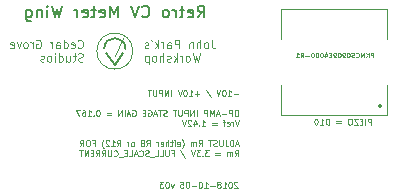
<source format=gbr>
G04 #@! TF.GenerationSoftware,KiCad,Pcbnew,(5.0.0-rc2-dev-444-g2974a2c10)*
G04 #@! TF.CreationDate,2018-10-05T22:12:32-07:00*
G04 #@! TF.ProjectId,retro meter v03,726574726F206D65746572207630332E,v03*
G04 #@! TF.SameCoordinates,Original*
G04 #@! TF.FileFunction,Legend,Bot*
G04 #@! TF.FilePolarity,Positive*
%FSLAX46Y46*%
G04 Gerber Fmt 4.6, Leading zero omitted, Abs format (unit mm)*
G04 Created by KiCad (PCBNEW (5.0.0-rc2-dev-444-g2974a2c10)) date 10/05/18 22:12:32*
%MOMM*%
%LPD*%
G01*
G04 APERTURE LIST*
%ADD10C,0.100000*%
%ADD11C,0.150000*%
%ADD12C,0.203200*%
%ADD13C,0.080000*%
G04 APERTURE END LIST*
D10*
X140873657Y-107210990D02*
X140873657Y-106710990D01*
X140683180Y-106710990D01*
X140635561Y-106734800D01*
X140611752Y-106758609D01*
X140587942Y-106806228D01*
X140587942Y-106877657D01*
X140611752Y-106925276D01*
X140635561Y-106949085D01*
X140683180Y-106972895D01*
X140873657Y-106972895D01*
X140373657Y-107210990D02*
X140373657Y-106710990D01*
X140135561Y-106949085D02*
X139968895Y-106949085D01*
X139897466Y-107210990D02*
X140135561Y-107210990D01*
X140135561Y-106710990D01*
X139897466Y-106710990D01*
X139730800Y-106710990D02*
X139397466Y-106710990D01*
X139730800Y-107210990D01*
X139397466Y-107210990D01*
X139111752Y-106710990D02*
X139016514Y-106710990D01*
X138968895Y-106734800D01*
X138921276Y-106782419D01*
X138897466Y-106877657D01*
X138897466Y-107044323D01*
X138921276Y-107139561D01*
X138968895Y-107187180D01*
X139016514Y-107210990D01*
X139111752Y-107210990D01*
X139159371Y-107187180D01*
X139206990Y-107139561D01*
X139230800Y-107044323D01*
X139230800Y-106877657D01*
X139206990Y-106782419D01*
X139159371Y-106734800D01*
X139111752Y-106710990D01*
X138302228Y-106949085D02*
X137921276Y-106949085D01*
X137921276Y-107091942D02*
X138302228Y-107091942D01*
X137302228Y-107210990D02*
X137302228Y-106710990D01*
X137183180Y-106710990D01*
X137111752Y-106734800D01*
X137064133Y-106782419D01*
X137040323Y-106830038D01*
X137016514Y-106925276D01*
X137016514Y-106996704D01*
X137040323Y-107091942D01*
X137064133Y-107139561D01*
X137111752Y-107187180D01*
X137183180Y-107210990D01*
X137302228Y-107210990D01*
X136540323Y-107210990D02*
X136826038Y-107210990D01*
X136683180Y-107210990D02*
X136683180Y-106710990D01*
X136730800Y-106782419D01*
X136778419Y-106830038D01*
X136826038Y-106853847D01*
X136230800Y-106710990D02*
X136183180Y-106710990D01*
X136135561Y-106734800D01*
X136111752Y-106758609D01*
X136087942Y-106806228D01*
X136064133Y-106901466D01*
X136064133Y-107020514D01*
X136087942Y-107115752D01*
X136111752Y-107163371D01*
X136135561Y-107187180D01*
X136183180Y-107210990D01*
X136230800Y-107210990D01*
X136278419Y-107187180D01*
X136302228Y-107163371D01*
X136326038Y-107115752D01*
X136349847Y-107020514D01*
X136349847Y-106901466D01*
X136326038Y-106806228D01*
X136302228Y-106758609D01*
X136278419Y-106734800D01*
X136230800Y-106710990D01*
D11*
X126178390Y-98140780D02*
X126511723Y-97664590D01*
X126749819Y-98140780D02*
X126749819Y-97140780D01*
X126368866Y-97140780D01*
X126273628Y-97188400D01*
X126226009Y-97236019D01*
X126178390Y-97331257D01*
X126178390Y-97474114D01*
X126226009Y-97569352D01*
X126273628Y-97616971D01*
X126368866Y-97664590D01*
X126749819Y-97664590D01*
X125368866Y-98093161D02*
X125464104Y-98140780D01*
X125654580Y-98140780D01*
X125749819Y-98093161D01*
X125797438Y-97997923D01*
X125797438Y-97616971D01*
X125749819Y-97521733D01*
X125654580Y-97474114D01*
X125464104Y-97474114D01*
X125368866Y-97521733D01*
X125321247Y-97616971D01*
X125321247Y-97712209D01*
X125797438Y-97807447D01*
X125035533Y-97474114D02*
X124654580Y-97474114D01*
X124892676Y-97140780D02*
X124892676Y-97997923D01*
X124845057Y-98093161D01*
X124749819Y-98140780D01*
X124654580Y-98140780D01*
X124321247Y-98140780D02*
X124321247Y-97474114D01*
X124321247Y-97664590D02*
X124273628Y-97569352D01*
X124226009Y-97521733D01*
X124130771Y-97474114D01*
X124035533Y-97474114D01*
X123559342Y-98140780D02*
X123654580Y-98093161D01*
X123702200Y-98045542D01*
X123749819Y-97950304D01*
X123749819Y-97664590D01*
X123702200Y-97569352D01*
X123654580Y-97521733D01*
X123559342Y-97474114D01*
X123416485Y-97474114D01*
X123321247Y-97521733D01*
X123273628Y-97569352D01*
X123226009Y-97664590D01*
X123226009Y-97950304D01*
X123273628Y-98045542D01*
X123321247Y-98093161D01*
X123416485Y-98140780D01*
X123559342Y-98140780D01*
X121464104Y-98045542D02*
X121511723Y-98093161D01*
X121654580Y-98140780D01*
X121749819Y-98140780D01*
X121892676Y-98093161D01*
X121987914Y-97997923D01*
X122035533Y-97902685D01*
X122083152Y-97712209D01*
X122083152Y-97569352D01*
X122035533Y-97378876D01*
X121987914Y-97283638D01*
X121892676Y-97188400D01*
X121749819Y-97140780D01*
X121654580Y-97140780D01*
X121511723Y-97188400D01*
X121464104Y-97236019D01*
X121178390Y-97140780D02*
X120845057Y-98140780D01*
X120511723Y-97140780D01*
X119416485Y-98140780D02*
X119416485Y-97140780D01*
X119083152Y-97855066D01*
X118749819Y-97140780D01*
X118749819Y-98140780D01*
X117892676Y-98093161D02*
X117987914Y-98140780D01*
X118178390Y-98140780D01*
X118273628Y-98093161D01*
X118321247Y-97997923D01*
X118321247Y-97616971D01*
X118273628Y-97521733D01*
X118178390Y-97474114D01*
X117987914Y-97474114D01*
X117892676Y-97521733D01*
X117845057Y-97616971D01*
X117845057Y-97712209D01*
X118321247Y-97807447D01*
X117559342Y-97474114D02*
X117178390Y-97474114D01*
X117416485Y-97140780D02*
X117416485Y-97997923D01*
X117368866Y-98093161D01*
X117273628Y-98140780D01*
X117178390Y-98140780D01*
X116464104Y-98093161D02*
X116559342Y-98140780D01*
X116749819Y-98140780D01*
X116845057Y-98093161D01*
X116892676Y-97997923D01*
X116892676Y-97616971D01*
X116845057Y-97521733D01*
X116749819Y-97474114D01*
X116559342Y-97474114D01*
X116464104Y-97521733D01*
X116416485Y-97616971D01*
X116416485Y-97712209D01*
X116892676Y-97807447D01*
X115987914Y-98140780D02*
X115987914Y-97474114D01*
X115987914Y-97664590D02*
X115940295Y-97569352D01*
X115892676Y-97521733D01*
X115797438Y-97474114D01*
X115702200Y-97474114D01*
X114702200Y-97140780D02*
X114464104Y-98140780D01*
X114273628Y-97426495D01*
X114083152Y-98140780D01*
X113845057Y-97140780D01*
X113464104Y-98140780D02*
X113464104Y-97474114D01*
X113464104Y-97140780D02*
X113511723Y-97188400D01*
X113464104Y-97236019D01*
X113416485Y-97188400D01*
X113464104Y-97140780D01*
X113464104Y-97236019D01*
X112987914Y-97474114D02*
X112987914Y-98140780D01*
X112987914Y-97569352D02*
X112940295Y-97521733D01*
X112845057Y-97474114D01*
X112702200Y-97474114D01*
X112606961Y-97521733D01*
X112559342Y-97616971D01*
X112559342Y-98140780D01*
X111654580Y-97474114D02*
X111654580Y-98283638D01*
X111702200Y-98378876D01*
X111749819Y-98426495D01*
X111845057Y-98474114D01*
X111987914Y-98474114D01*
X112083152Y-98426495D01*
X111654580Y-98093161D02*
X111749819Y-98140780D01*
X111940295Y-98140780D01*
X112035533Y-98093161D01*
X112083152Y-98045542D01*
X112130771Y-97950304D01*
X112130771Y-97664590D01*
X112083152Y-97569352D01*
X112035533Y-97521733D01*
X111940295Y-97474114D01*
X111749819Y-97474114D01*
X111654580Y-97521733D01*
D10*
X116030533Y-100665400D02*
X116063866Y-100698733D01*
X116163866Y-100732066D01*
X116230533Y-100732066D01*
X116330533Y-100698733D01*
X116397200Y-100632066D01*
X116430533Y-100565400D01*
X116463866Y-100432066D01*
X116463866Y-100332066D01*
X116430533Y-100198733D01*
X116397200Y-100132066D01*
X116330533Y-100065400D01*
X116230533Y-100032066D01*
X116163866Y-100032066D01*
X116063866Y-100065400D01*
X116030533Y-100098733D01*
X115463866Y-100698733D02*
X115530533Y-100732066D01*
X115663866Y-100732066D01*
X115730533Y-100698733D01*
X115763866Y-100632066D01*
X115763866Y-100365400D01*
X115730533Y-100298733D01*
X115663866Y-100265400D01*
X115530533Y-100265400D01*
X115463866Y-100298733D01*
X115430533Y-100365400D01*
X115430533Y-100432066D01*
X115763866Y-100498733D01*
X114830533Y-100732066D02*
X114830533Y-100032066D01*
X114830533Y-100698733D02*
X114897200Y-100732066D01*
X115030533Y-100732066D01*
X115097200Y-100698733D01*
X115130533Y-100665400D01*
X115163866Y-100598733D01*
X115163866Y-100398733D01*
X115130533Y-100332066D01*
X115097200Y-100298733D01*
X115030533Y-100265400D01*
X114897200Y-100265400D01*
X114830533Y-100298733D01*
X114197200Y-100732066D02*
X114197200Y-100365400D01*
X114230533Y-100298733D01*
X114297200Y-100265400D01*
X114430533Y-100265400D01*
X114497200Y-100298733D01*
X114197200Y-100698733D02*
X114263866Y-100732066D01*
X114430533Y-100732066D01*
X114497200Y-100698733D01*
X114530533Y-100632066D01*
X114530533Y-100565400D01*
X114497200Y-100498733D01*
X114430533Y-100465400D01*
X114263866Y-100465400D01*
X114197200Y-100432066D01*
X113863866Y-100732066D02*
X113863866Y-100265400D01*
X113863866Y-100398733D02*
X113830533Y-100332066D01*
X113797200Y-100298733D01*
X113730533Y-100265400D01*
X113663866Y-100265400D01*
X112530533Y-100065400D02*
X112597200Y-100032066D01*
X112697200Y-100032066D01*
X112797200Y-100065400D01*
X112863866Y-100132066D01*
X112897200Y-100198733D01*
X112930533Y-100332066D01*
X112930533Y-100432066D01*
X112897200Y-100565400D01*
X112863866Y-100632066D01*
X112797200Y-100698733D01*
X112697200Y-100732066D01*
X112630533Y-100732066D01*
X112530533Y-100698733D01*
X112497200Y-100665400D01*
X112497200Y-100432066D01*
X112630533Y-100432066D01*
X112197200Y-100732066D02*
X112197200Y-100265400D01*
X112197200Y-100398733D02*
X112163866Y-100332066D01*
X112130533Y-100298733D01*
X112063866Y-100265400D01*
X111997200Y-100265400D01*
X111663866Y-100732066D02*
X111730533Y-100698733D01*
X111763866Y-100665400D01*
X111797200Y-100598733D01*
X111797200Y-100398733D01*
X111763866Y-100332066D01*
X111730533Y-100298733D01*
X111663866Y-100265400D01*
X111563866Y-100265400D01*
X111497200Y-100298733D01*
X111463866Y-100332066D01*
X111430533Y-100398733D01*
X111430533Y-100598733D01*
X111463866Y-100665400D01*
X111497200Y-100698733D01*
X111563866Y-100732066D01*
X111663866Y-100732066D01*
X111197200Y-100265400D02*
X111030533Y-100732066D01*
X110863866Y-100265400D01*
X110330533Y-100698733D02*
X110397200Y-100732066D01*
X110530533Y-100732066D01*
X110597200Y-100698733D01*
X110630533Y-100632066D01*
X110630533Y-100365400D01*
X110597200Y-100298733D01*
X110530533Y-100265400D01*
X110397200Y-100265400D01*
X110330533Y-100298733D01*
X110297200Y-100365400D01*
X110297200Y-100432066D01*
X110630533Y-100498733D01*
X116463866Y-101848733D02*
X116363866Y-101882066D01*
X116197200Y-101882066D01*
X116130533Y-101848733D01*
X116097200Y-101815400D01*
X116063866Y-101748733D01*
X116063866Y-101682066D01*
X116097200Y-101615400D01*
X116130533Y-101582066D01*
X116197200Y-101548733D01*
X116330533Y-101515400D01*
X116397200Y-101482066D01*
X116430533Y-101448733D01*
X116463866Y-101382066D01*
X116463866Y-101315400D01*
X116430533Y-101248733D01*
X116397200Y-101215400D01*
X116330533Y-101182066D01*
X116163866Y-101182066D01*
X116063866Y-101215400D01*
X115863866Y-101415400D02*
X115597200Y-101415400D01*
X115763866Y-101182066D02*
X115763866Y-101782066D01*
X115730533Y-101848733D01*
X115663866Y-101882066D01*
X115597200Y-101882066D01*
X115063866Y-101415400D02*
X115063866Y-101882066D01*
X115363866Y-101415400D02*
X115363866Y-101782066D01*
X115330533Y-101848733D01*
X115263866Y-101882066D01*
X115163866Y-101882066D01*
X115097200Y-101848733D01*
X115063866Y-101815400D01*
X114430533Y-101882066D02*
X114430533Y-101182066D01*
X114430533Y-101848733D02*
X114497200Y-101882066D01*
X114630533Y-101882066D01*
X114697200Y-101848733D01*
X114730533Y-101815400D01*
X114763866Y-101748733D01*
X114763866Y-101548733D01*
X114730533Y-101482066D01*
X114697200Y-101448733D01*
X114630533Y-101415400D01*
X114497200Y-101415400D01*
X114430533Y-101448733D01*
X114097200Y-101882066D02*
X114097200Y-101415400D01*
X114097200Y-101182066D02*
X114130533Y-101215400D01*
X114097200Y-101248733D01*
X114063866Y-101215400D01*
X114097200Y-101182066D01*
X114097200Y-101248733D01*
X113663866Y-101882066D02*
X113730533Y-101848733D01*
X113763866Y-101815400D01*
X113797200Y-101748733D01*
X113797200Y-101548733D01*
X113763866Y-101482066D01*
X113730533Y-101448733D01*
X113663866Y-101415400D01*
X113563866Y-101415400D01*
X113497200Y-101448733D01*
X113463866Y-101482066D01*
X113430533Y-101548733D01*
X113430533Y-101748733D01*
X113463866Y-101815400D01*
X113497200Y-101848733D01*
X113563866Y-101882066D01*
X113663866Y-101882066D01*
X113163866Y-101848733D02*
X113097200Y-101882066D01*
X112963866Y-101882066D01*
X112897200Y-101848733D01*
X112863866Y-101782066D01*
X112863866Y-101748733D01*
X112897200Y-101682066D01*
X112963866Y-101648733D01*
X113063866Y-101648733D01*
X113130533Y-101615400D01*
X113163866Y-101548733D01*
X113163866Y-101515400D01*
X113130533Y-101448733D01*
X113063866Y-101415400D01*
X112963866Y-101415400D01*
X112897200Y-101448733D01*
X127386533Y-100032066D02*
X127386533Y-100532066D01*
X127419866Y-100632066D01*
X127486533Y-100698733D01*
X127586533Y-100732066D01*
X127653200Y-100732066D01*
X126953200Y-100732066D02*
X127019866Y-100698733D01*
X127053200Y-100665400D01*
X127086533Y-100598733D01*
X127086533Y-100398733D01*
X127053200Y-100332066D01*
X127019866Y-100298733D01*
X126953200Y-100265400D01*
X126853200Y-100265400D01*
X126786533Y-100298733D01*
X126753200Y-100332066D01*
X126719866Y-100398733D01*
X126719866Y-100598733D01*
X126753200Y-100665400D01*
X126786533Y-100698733D01*
X126853200Y-100732066D01*
X126953200Y-100732066D01*
X126419866Y-100732066D02*
X126419866Y-100032066D01*
X126119866Y-100732066D02*
X126119866Y-100365400D01*
X126153200Y-100298733D01*
X126219866Y-100265400D01*
X126319866Y-100265400D01*
X126386533Y-100298733D01*
X126419866Y-100332066D01*
X125786533Y-100265400D02*
X125786533Y-100732066D01*
X125786533Y-100332066D02*
X125753200Y-100298733D01*
X125686533Y-100265400D01*
X125586533Y-100265400D01*
X125519866Y-100298733D01*
X125486533Y-100365400D01*
X125486533Y-100732066D01*
X124619866Y-100732066D02*
X124619866Y-100032066D01*
X124353200Y-100032066D01*
X124286533Y-100065400D01*
X124253200Y-100098733D01*
X124219866Y-100165400D01*
X124219866Y-100265400D01*
X124253200Y-100332066D01*
X124286533Y-100365400D01*
X124353200Y-100398733D01*
X124619866Y-100398733D01*
X123619866Y-100732066D02*
X123619866Y-100365400D01*
X123653200Y-100298733D01*
X123719866Y-100265400D01*
X123853200Y-100265400D01*
X123919866Y-100298733D01*
X123619866Y-100698733D02*
X123686533Y-100732066D01*
X123853200Y-100732066D01*
X123919866Y-100698733D01*
X123953200Y-100632066D01*
X123953200Y-100565400D01*
X123919866Y-100498733D01*
X123853200Y-100465400D01*
X123686533Y-100465400D01*
X123619866Y-100432066D01*
X123286533Y-100732066D02*
X123286533Y-100265400D01*
X123286533Y-100398733D02*
X123253200Y-100332066D01*
X123219866Y-100298733D01*
X123153200Y-100265400D01*
X123086533Y-100265400D01*
X122853200Y-100732066D02*
X122853200Y-100032066D01*
X122786533Y-100465400D02*
X122586533Y-100732066D01*
X122586533Y-100265400D02*
X122853200Y-100532066D01*
X122253200Y-100032066D02*
X122319866Y-100165400D01*
X121986533Y-100698733D02*
X121919866Y-100732066D01*
X121786533Y-100732066D01*
X121719866Y-100698733D01*
X121686533Y-100632066D01*
X121686533Y-100598733D01*
X121719866Y-100532066D01*
X121786533Y-100498733D01*
X121886533Y-100498733D01*
X121953200Y-100465400D01*
X121986533Y-100398733D01*
X121986533Y-100365400D01*
X121953200Y-100298733D01*
X121886533Y-100265400D01*
X121786533Y-100265400D01*
X121719866Y-100298733D01*
X126353200Y-101182066D02*
X126186533Y-101882066D01*
X126053200Y-101382066D01*
X125919866Y-101882066D01*
X125753200Y-101182066D01*
X125386533Y-101882066D02*
X125453200Y-101848733D01*
X125486533Y-101815400D01*
X125519866Y-101748733D01*
X125519866Y-101548733D01*
X125486533Y-101482066D01*
X125453200Y-101448733D01*
X125386533Y-101415400D01*
X125286533Y-101415400D01*
X125219866Y-101448733D01*
X125186533Y-101482066D01*
X125153200Y-101548733D01*
X125153200Y-101748733D01*
X125186533Y-101815400D01*
X125219866Y-101848733D01*
X125286533Y-101882066D01*
X125386533Y-101882066D01*
X124853200Y-101882066D02*
X124853200Y-101415400D01*
X124853200Y-101548733D02*
X124819866Y-101482066D01*
X124786533Y-101448733D01*
X124719866Y-101415400D01*
X124653200Y-101415400D01*
X124419866Y-101882066D02*
X124419866Y-101182066D01*
X124353200Y-101615400D02*
X124153200Y-101882066D01*
X124153200Y-101415400D02*
X124419866Y-101682066D01*
X123886533Y-101848733D02*
X123819866Y-101882066D01*
X123686533Y-101882066D01*
X123619866Y-101848733D01*
X123586533Y-101782066D01*
X123586533Y-101748733D01*
X123619866Y-101682066D01*
X123686533Y-101648733D01*
X123786533Y-101648733D01*
X123853200Y-101615400D01*
X123886533Y-101548733D01*
X123886533Y-101515400D01*
X123853200Y-101448733D01*
X123786533Y-101415400D01*
X123686533Y-101415400D01*
X123619866Y-101448733D01*
X123286533Y-101882066D02*
X123286533Y-101182066D01*
X122986533Y-101882066D02*
X122986533Y-101515400D01*
X123019866Y-101448733D01*
X123086533Y-101415400D01*
X123186533Y-101415400D01*
X123253200Y-101448733D01*
X123286533Y-101482066D01*
X122553200Y-101882066D02*
X122619866Y-101848733D01*
X122653200Y-101815400D01*
X122686533Y-101748733D01*
X122686533Y-101548733D01*
X122653200Y-101482066D01*
X122619866Y-101448733D01*
X122553200Y-101415400D01*
X122453200Y-101415400D01*
X122386533Y-101448733D01*
X122353200Y-101482066D01*
X122319866Y-101548733D01*
X122319866Y-101748733D01*
X122353200Y-101815400D01*
X122386533Y-101848733D01*
X122453200Y-101882066D01*
X122553200Y-101882066D01*
X122019866Y-101415400D02*
X122019866Y-102115400D01*
X122019866Y-101448733D02*
X121953200Y-101415400D01*
X121819866Y-101415400D01*
X121753200Y-101448733D01*
X121719866Y-101482066D01*
X121686533Y-101548733D01*
X121686533Y-101748733D01*
X121719866Y-101815400D01*
X121753200Y-101848733D01*
X121819866Y-101882066D01*
X121953200Y-101882066D01*
X122019866Y-101848733D01*
X129549114Y-112118009D02*
X129525304Y-112094200D01*
X129477685Y-112070390D01*
X129358638Y-112070390D01*
X129311019Y-112094200D01*
X129287209Y-112118009D01*
X129263400Y-112165628D01*
X129263400Y-112213247D01*
X129287209Y-112284676D01*
X129572923Y-112570390D01*
X129263400Y-112570390D01*
X128953876Y-112070390D02*
X128906257Y-112070390D01*
X128858638Y-112094200D01*
X128834828Y-112118009D01*
X128811019Y-112165628D01*
X128787209Y-112260866D01*
X128787209Y-112379914D01*
X128811019Y-112475152D01*
X128834828Y-112522771D01*
X128858638Y-112546580D01*
X128906257Y-112570390D01*
X128953876Y-112570390D01*
X129001495Y-112546580D01*
X129025304Y-112522771D01*
X129049114Y-112475152D01*
X129072923Y-112379914D01*
X129072923Y-112260866D01*
X129049114Y-112165628D01*
X129025304Y-112118009D01*
X129001495Y-112094200D01*
X128953876Y-112070390D01*
X128311019Y-112570390D02*
X128596733Y-112570390D01*
X128453876Y-112570390D02*
X128453876Y-112070390D01*
X128501495Y-112141819D01*
X128549114Y-112189438D01*
X128596733Y-112213247D01*
X128025304Y-112284676D02*
X128072923Y-112260866D01*
X128096733Y-112237057D01*
X128120542Y-112189438D01*
X128120542Y-112165628D01*
X128096733Y-112118009D01*
X128072923Y-112094200D01*
X128025304Y-112070390D01*
X127930066Y-112070390D01*
X127882447Y-112094200D01*
X127858638Y-112118009D01*
X127834828Y-112165628D01*
X127834828Y-112189438D01*
X127858638Y-112237057D01*
X127882447Y-112260866D01*
X127930066Y-112284676D01*
X128025304Y-112284676D01*
X128072923Y-112308485D01*
X128096733Y-112332295D01*
X128120542Y-112379914D01*
X128120542Y-112475152D01*
X128096733Y-112522771D01*
X128072923Y-112546580D01*
X128025304Y-112570390D01*
X127930066Y-112570390D01*
X127882447Y-112546580D01*
X127858638Y-112522771D01*
X127834828Y-112475152D01*
X127834828Y-112379914D01*
X127858638Y-112332295D01*
X127882447Y-112308485D01*
X127930066Y-112284676D01*
X127620542Y-112379914D02*
X127239590Y-112379914D01*
X126739590Y-112570390D02*
X127025304Y-112570390D01*
X126882447Y-112570390D02*
X126882447Y-112070390D01*
X126930066Y-112141819D01*
X126977685Y-112189438D01*
X127025304Y-112213247D01*
X126430066Y-112070390D02*
X126382447Y-112070390D01*
X126334828Y-112094200D01*
X126311019Y-112118009D01*
X126287209Y-112165628D01*
X126263400Y-112260866D01*
X126263400Y-112379914D01*
X126287209Y-112475152D01*
X126311019Y-112522771D01*
X126334828Y-112546580D01*
X126382447Y-112570390D01*
X126430066Y-112570390D01*
X126477685Y-112546580D01*
X126501495Y-112522771D01*
X126525304Y-112475152D01*
X126549114Y-112379914D01*
X126549114Y-112260866D01*
X126525304Y-112165628D01*
X126501495Y-112118009D01*
X126477685Y-112094200D01*
X126430066Y-112070390D01*
X126049114Y-112379914D02*
X125668161Y-112379914D01*
X125334828Y-112070390D02*
X125287209Y-112070390D01*
X125239590Y-112094200D01*
X125215780Y-112118009D01*
X125191971Y-112165628D01*
X125168161Y-112260866D01*
X125168161Y-112379914D01*
X125191971Y-112475152D01*
X125215780Y-112522771D01*
X125239590Y-112546580D01*
X125287209Y-112570390D01*
X125334828Y-112570390D01*
X125382447Y-112546580D01*
X125406257Y-112522771D01*
X125430066Y-112475152D01*
X125453876Y-112379914D01*
X125453876Y-112260866D01*
X125430066Y-112165628D01*
X125406257Y-112118009D01*
X125382447Y-112094200D01*
X125334828Y-112070390D01*
X124715780Y-112070390D02*
X124953876Y-112070390D01*
X124977685Y-112308485D01*
X124953876Y-112284676D01*
X124906257Y-112260866D01*
X124787209Y-112260866D01*
X124739590Y-112284676D01*
X124715780Y-112308485D01*
X124691971Y-112356104D01*
X124691971Y-112475152D01*
X124715780Y-112522771D01*
X124739590Y-112546580D01*
X124787209Y-112570390D01*
X124906257Y-112570390D01*
X124953876Y-112546580D01*
X124977685Y-112522771D01*
X124144352Y-112237057D02*
X124025304Y-112570390D01*
X123906257Y-112237057D01*
X123620542Y-112070390D02*
X123572923Y-112070390D01*
X123525304Y-112094200D01*
X123501495Y-112118009D01*
X123477685Y-112165628D01*
X123453876Y-112260866D01*
X123453876Y-112379914D01*
X123477685Y-112475152D01*
X123501495Y-112522771D01*
X123525304Y-112546580D01*
X123572923Y-112570390D01*
X123620542Y-112570390D01*
X123668161Y-112546580D01*
X123691971Y-112522771D01*
X123715780Y-112475152D01*
X123739590Y-112379914D01*
X123739590Y-112260866D01*
X123715780Y-112165628D01*
X123691971Y-112118009D01*
X123668161Y-112094200D01*
X123620542Y-112070390D01*
X123287209Y-112070390D02*
X122977685Y-112070390D01*
X123144352Y-112260866D01*
X123072923Y-112260866D01*
X123025304Y-112284676D01*
X123001495Y-112308485D01*
X122977685Y-112356104D01*
X122977685Y-112475152D01*
X123001495Y-112522771D01*
X123025304Y-112546580D01*
X123072923Y-112570390D01*
X123215780Y-112570390D01*
X123263400Y-112546580D01*
X123287209Y-112522771D01*
X129609952Y-104597514D02*
X129229000Y-104597514D01*
X128729000Y-104787990D02*
X129014714Y-104787990D01*
X128871857Y-104787990D02*
X128871857Y-104287990D01*
X128919476Y-104359419D01*
X128967095Y-104407038D01*
X129014714Y-104430847D01*
X128419476Y-104287990D02*
X128371857Y-104287990D01*
X128324238Y-104311800D01*
X128300428Y-104335609D01*
X128276619Y-104383228D01*
X128252809Y-104478466D01*
X128252809Y-104597514D01*
X128276619Y-104692752D01*
X128300428Y-104740371D01*
X128324238Y-104764180D01*
X128371857Y-104787990D01*
X128419476Y-104787990D01*
X128467095Y-104764180D01*
X128490904Y-104740371D01*
X128514714Y-104692752D01*
X128538523Y-104597514D01*
X128538523Y-104478466D01*
X128514714Y-104383228D01*
X128490904Y-104335609D01*
X128467095Y-104311800D01*
X128419476Y-104287990D01*
X128109952Y-104287990D02*
X127943285Y-104787990D01*
X127776619Y-104287990D01*
X126871857Y-104264180D02*
X127300428Y-104907038D01*
X126324238Y-104597514D02*
X125943285Y-104597514D01*
X126133761Y-104787990D02*
X126133761Y-104407038D01*
X125443285Y-104787990D02*
X125729000Y-104787990D01*
X125586142Y-104787990D02*
X125586142Y-104287990D01*
X125633761Y-104359419D01*
X125681380Y-104407038D01*
X125729000Y-104430847D01*
X125133761Y-104287990D02*
X125086142Y-104287990D01*
X125038523Y-104311800D01*
X125014714Y-104335609D01*
X124990904Y-104383228D01*
X124967095Y-104478466D01*
X124967095Y-104597514D01*
X124990904Y-104692752D01*
X125014714Y-104740371D01*
X125038523Y-104764180D01*
X125086142Y-104787990D01*
X125133761Y-104787990D01*
X125181380Y-104764180D01*
X125205190Y-104740371D01*
X125229000Y-104692752D01*
X125252809Y-104597514D01*
X125252809Y-104478466D01*
X125229000Y-104383228D01*
X125205190Y-104335609D01*
X125181380Y-104311800D01*
X125133761Y-104287990D01*
X124824238Y-104287990D02*
X124657571Y-104787990D01*
X124490904Y-104287990D01*
X123943285Y-104787990D02*
X123943285Y-104287990D01*
X123705190Y-104787990D02*
X123705190Y-104287990D01*
X123419476Y-104787990D01*
X123419476Y-104287990D01*
X123181380Y-104787990D02*
X123181380Y-104287990D01*
X122990904Y-104287990D01*
X122943285Y-104311800D01*
X122919476Y-104335609D01*
X122895666Y-104383228D01*
X122895666Y-104454657D01*
X122919476Y-104502276D01*
X122943285Y-104526085D01*
X122990904Y-104549895D01*
X123181380Y-104549895D01*
X122681380Y-104287990D02*
X122681380Y-104692752D01*
X122657571Y-104740371D01*
X122633761Y-104764180D01*
X122586142Y-104787990D01*
X122490904Y-104787990D01*
X122443285Y-104764180D01*
X122419476Y-104740371D01*
X122395666Y-104692752D01*
X122395666Y-104287990D01*
X122229000Y-104287990D02*
X121943285Y-104287990D01*
X122086142Y-104787990D02*
X122086142Y-104287990D01*
X129514714Y-105987990D02*
X129419476Y-105987990D01*
X129371857Y-106011800D01*
X129324238Y-106059419D01*
X129300428Y-106154657D01*
X129300428Y-106321323D01*
X129324238Y-106416561D01*
X129371857Y-106464180D01*
X129419476Y-106487990D01*
X129514714Y-106487990D01*
X129562333Y-106464180D01*
X129609952Y-106416561D01*
X129633761Y-106321323D01*
X129633761Y-106154657D01*
X129609952Y-106059419D01*
X129562333Y-106011800D01*
X129514714Y-105987990D01*
X129086142Y-106487990D02*
X129086142Y-105987990D01*
X128895666Y-105987990D01*
X128848047Y-106011800D01*
X128824238Y-106035609D01*
X128800428Y-106083228D01*
X128800428Y-106154657D01*
X128824238Y-106202276D01*
X128848047Y-106226085D01*
X128895666Y-106249895D01*
X129086142Y-106249895D01*
X128586142Y-106297514D02*
X128205190Y-106297514D01*
X127990904Y-106345133D02*
X127752809Y-106345133D01*
X128038523Y-106487990D02*
X127871857Y-105987990D01*
X127705190Y-106487990D01*
X127538523Y-106487990D02*
X127538523Y-105987990D01*
X127371857Y-106345133D01*
X127205190Y-105987990D01*
X127205190Y-106487990D01*
X126967095Y-106487990D02*
X126967095Y-105987990D01*
X126776619Y-105987990D01*
X126729000Y-106011800D01*
X126705190Y-106035609D01*
X126681380Y-106083228D01*
X126681380Y-106154657D01*
X126705190Y-106202276D01*
X126729000Y-106226085D01*
X126776619Y-106249895D01*
X126967095Y-106249895D01*
X126086142Y-106487990D02*
X126086142Y-105987990D01*
X125848047Y-106487990D02*
X125848047Y-105987990D01*
X125562333Y-106487990D01*
X125562333Y-105987990D01*
X125324238Y-106487990D02*
X125324238Y-105987990D01*
X125133761Y-105987990D01*
X125086142Y-106011800D01*
X125062333Y-106035609D01*
X125038523Y-106083228D01*
X125038523Y-106154657D01*
X125062333Y-106202276D01*
X125086142Y-106226085D01*
X125133761Y-106249895D01*
X125324238Y-106249895D01*
X124824238Y-105987990D02*
X124824238Y-106392752D01*
X124800428Y-106440371D01*
X124776619Y-106464180D01*
X124729000Y-106487990D01*
X124633761Y-106487990D01*
X124586142Y-106464180D01*
X124562333Y-106440371D01*
X124538523Y-106392752D01*
X124538523Y-105987990D01*
X124371857Y-105987990D02*
X124086142Y-105987990D01*
X124229000Y-106487990D02*
X124229000Y-105987990D01*
X123562333Y-106464180D02*
X123490904Y-106487990D01*
X123371857Y-106487990D01*
X123324238Y-106464180D01*
X123300428Y-106440371D01*
X123276619Y-106392752D01*
X123276619Y-106345133D01*
X123300428Y-106297514D01*
X123324238Y-106273704D01*
X123371857Y-106249895D01*
X123467095Y-106226085D01*
X123514714Y-106202276D01*
X123538523Y-106178466D01*
X123562333Y-106130847D01*
X123562333Y-106083228D01*
X123538523Y-106035609D01*
X123514714Y-106011800D01*
X123467095Y-105987990D01*
X123348047Y-105987990D01*
X123276619Y-106011800D01*
X123133761Y-105987990D02*
X122848047Y-105987990D01*
X122990904Y-106487990D02*
X122990904Y-105987990D01*
X122705190Y-106345133D02*
X122467095Y-106345133D01*
X122752809Y-106487990D02*
X122586142Y-105987990D01*
X122419476Y-106487990D01*
X121990904Y-106011800D02*
X122038523Y-105987990D01*
X122109952Y-105987990D01*
X122181380Y-106011800D01*
X122229000Y-106059419D01*
X122252809Y-106107038D01*
X122276619Y-106202276D01*
X122276619Y-106273704D01*
X122252809Y-106368942D01*
X122229000Y-106416561D01*
X122181380Y-106464180D01*
X122109952Y-106487990D01*
X122062333Y-106487990D01*
X121990904Y-106464180D01*
X121967095Y-106440371D01*
X121967095Y-106273704D01*
X122062333Y-106273704D01*
X121752809Y-106226085D02*
X121586142Y-106226085D01*
X121514714Y-106487990D02*
X121752809Y-106487990D01*
X121752809Y-105987990D01*
X121514714Y-105987990D01*
X120657571Y-106011800D02*
X120705190Y-105987990D01*
X120776619Y-105987990D01*
X120848047Y-106011800D01*
X120895666Y-106059419D01*
X120919476Y-106107038D01*
X120943285Y-106202276D01*
X120943285Y-106273704D01*
X120919476Y-106368942D01*
X120895666Y-106416561D01*
X120848047Y-106464180D01*
X120776619Y-106487990D01*
X120729000Y-106487990D01*
X120657571Y-106464180D01*
X120633761Y-106440371D01*
X120633761Y-106273704D01*
X120729000Y-106273704D01*
X120443285Y-106345133D02*
X120205190Y-106345133D01*
X120490904Y-106487990D02*
X120324238Y-105987990D01*
X120157571Y-106487990D01*
X119990904Y-106487990D02*
X119990904Y-105987990D01*
X119752809Y-106487990D02*
X119752809Y-105987990D01*
X119467095Y-106487990D01*
X119467095Y-105987990D01*
X118848047Y-106226085D02*
X118467095Y-106226085D01*
X118467095Y-106368942D02*
X118848047Y-106368942D01*
X117752809Y-105987990D02*
X117705190Y-105987990D01*
X117657571Y-106011800D01*
X117633761Y-106035609D01*
X117609952Y-106083228D01*
X117586142Y-106178466D01*
X117586142Y-106297514D01*
X117609952Y-106392752D01*
X117633761Y-106440371D01*
X117657571Y-106464180D01*
X117705190Y-106487990D01*
X117752809Y-106487990D01*
X117800428Y-106464180D01*
X117824238Y-106440371D01*
X117848047Y-106392752D01*
X117871857Y-106297514D01*
X117871857Y-106178466D01*
X117848047Y-106083228D01*
X117824238Y-106035609D01*
X117800428Y-106011800D01*
X117752809Y-105987990D01*
X117371857Y-106440371D02*
X117348047Y-106464180D01*
X117371857Y-106487990D01*
X117395666Y-106464180D01*
X117371857Y-106440371D01*
X117371857Y-106487990D01*
X116871857Y-106487990D02*
X117157571Y-106487990D01*
X117014714Y-106487990D02*
X117014714Y-105987990D01*
X117062333Y-106059419D01*
X117109952Y-106107038D01*
X117157571Y-106130847D01*
X116443285Y-105987990D02*
X116538523Y-105987990D01*
X116586142Y-106011800D01*
X116609952Y-106035609D01*
X116657571Y-106107038D01*
X116681380Y-106202276D01*
X116681380Y-106392752D01*
X116657571Y-106440371D01*
X116633761Y-106464180D01*
X116586142Y-106487990D01*
X116490904Y-106487990D01*
X116443285Y-106464180D01*
X116419476Y-106440371D01*
X116395666Y-106392752D01*
X116395666Y-106273704D01*
X116419476Y-106226085D01*
X116443285Y-106202276D01*
X116490904Y-106178466D01*
X116586142Y-106178466D01*
X116633761Y-106202276D01*
X116657571Y-106226085D01*
X116681380Y-106273704D01*
X116229000Y-105987990D02*
X115895666Y-105987990D01*
X116109952Y-106487990D01*
X129681380Y-106837990D02*
X129514714Y-107337990D01*
X129348047Y-106837990D01*
X129181380Y-107337990D02*
X129181380Y-107004657D01*
X129181380Y-107099895D02*
X129157571Y-107052276D01*
X129133761Y-107028466D01*
X129086142Y-107004657D01*
X129038523Y-107004657D01*
X128681380Y-107314180D02*
X128729000Y-107337990D01*
X128824238Y-107337990D01*
X128871857Y-107314180D01*
X128895666Y-107266561D01*
X128895666Y-107076085D01*
X128871857Y-107028466D01*
X128824238Y-107004657D01*
X128729000Y-107004657D01*
X128681380Y-107028466D01*
X128657571Y-107076085D01*
X128657571Y-107123704D01*
X128895666Y-107171323D01*
X128514714Y-107004657D02*
X128324238Y-107004657D01*
X128443285Y-107337990D02*
X128443285Y-106909419D01*
X128419476Y-106861800D01*
X128371857Y-106837990D01*
X128324238Y-106837990D01*
X127776619Y-107076085D02*
X127395666Y-107076085D01*
X127395666Y-107218942D02*
X127776619Y-107218942D01*
X126514714Y-107337990D02*
X126800428Y-107337990D01*
X126657571Y-107337990D02*
X126657571Y-106837990D01*
X126705190Y-106909419D01*
X126752809Y-106957038D01*
X126800428Y-106980847D01*
X126300428Y-107290371D02*
X126276619Y-107314180D01*
X126300428Y-107337990D01*
X126324238Y-107314180D01*
X126300428Y-107290371D01*
X126300428Y-107337990D01*
X125848047Y-107004657D02*
X125848047Y-107337990D01*
X125967095Y-106814180D02*
X126086142Y-107171323D01*
X125776619Y-107171323D01*
X125609952Y-106885609D02*
X125586142Y-106861800D01*
X125538523Y-106837990D01*
X125419476Y-106837990D01*
X125371857Y-106861800D01*
X125348047Y-106885609D01*
X125324238Y-106933228D01*
X125324238Y-106980847D01*
X125348047Y-107052276D01*
X125633761Y-107337990D01*
X125324238Y-107337990D01*
X125181380Y-106837990D02*
X125014714Y-107337990D01*
X124848047Y-106837990D01*
X129633761Y-108895133D02*
X129395666Y-108895133D01*
X129681380Y-109037990D02*
X129514714Y-108537990D01*
X129348047Y-109037990D01*
X129181380Y-109037990D02*
X129181380Y-108537990D01*
X129062333Y-108537990D01*
X128990904Y-108561800D01*
X128943285Y-108609419D01*
X128919476Y-108657038D01*
X128895666Y-108752276D01*
X128895666Y-108823704D01*
X128919476Y-108918942D01*
X128943285Y-108966561D01*
X128990904Y-109014180D01*
X129062333Y-109037990D01*
X129181380Y-109037990D01*
X128538523Y-108537990D02*
X128538523Y-108895133D01*
X128562333Y-108966561D01*
X128609952Y-109014180D01*
X128681380Y-109037990D01*
X128729000Y-109037990D01*
X128300428Y-108537990D02*
X128300428Y-108942752D01*
X128276619Y-108990371D01*
X128252809Y-109014180D01*
X128205190Y-109037990D01*
X128109952Y-109037990D01*
X128062333Y-109014180D01*
X128038523Y-108990371D01*
X128014714Y-108942752D01*
X128014714Y-108537990D01*
X127800428Y-109014180D02*
X127729000Y-109037990D01*
X127609952Y-109037990D01*
X127562333Y-109014180D01*
X127538523Y-108990371D01*
X127514714Y-108942752D01*
X127514714Y-108895133D01*
X127538523Y-108847514D01*
X127562333Y-108823704D01*
X127609952Y-108799895D01*
X127705190Y-108776085D01*
X127752809Y-108752276D01*
X127776619Y-108728466D01*
X127800428Y-108680847D01*
X127800428Y-108633228D01*
X127776619Y-108585609D01*
X127752809Y-108561800D01*
X127705190Y-108537990D01*
X127586142Y-108537990D01*
X127514714Y-108561800D01*
X127371857Y-108537990D02*
X127086142Y-108537990D01*
X127229000Y-109037990D02*
X127229000Y-108537990D01*
X126252809Y-109037990D02*
X126419476Y-108799895D01*
X126538523Y-109037990D02*
X126538523Y-108537990D01*
X126348047Y-108537990D01*
X126300428Y-108561800D01*
X126276619Y-108585609D01*
X126252809Y-108633228D01*
X126252809Y-108704657D01*
X126276619Y-108752276D01*
X126300428Y-108776085D01*
X126348047Y-108799895D01*
X126538523Y-108799895D01*
X126038523Y-109037990D02*
X126038523Y-108704657D01*
X126038523Y-108752276D02*
X126014714Y-108728466D01*
X125967095Y-108704657D01*
X125895666Y-108704657D01*
X125848047Y-108728466D01*
X125824238Y-108776085D01*
X125824238Y-109037990D01*
X125824238Y-108776085D02*
X125800428Y-108728466D01*
X125752809Y-108704657D01*
X125681380Y-108704657D01*
X125633761Y-108728466D01*
X125609952Y-108776085D01*
X125609952Y-109037990D01*
X124848047Y-109228466D02*
X124871857Y-109204657D01*
X124919476Y-109133228D01*
X124943285Y-109085609D01*
X124967095Y-109014180D01*
X124990904Y-108895133D01*
X124990904Y-108799895D01*
X124967095Y-108680847D01*
X124943285Y-108609419D01*
X124919476Y-108561800D01*
X124871857Y-108490371D01*
X124848047Y-108466561D01*
X124467095Y-109014180D02*
X124514714Y-109037990D01*
X124609952Y-109037990D01*
X124657571Y-109014180D01*
X124681380Y-108966561D01*
X124681380Y-108776085D01*
X124657571Y-108728466D01*
X124609952Y-108704657D01*
X124514714Y-108704657D01*
X124467095Y-108728466D01*
X124443285Y-108776085D01*
X124443285Y-108823704D01*
X124681380Y-108871323D01*
X124229000Y-109037990D02*
X124229000Y-108704657D01*
X124229000Y-108537990D02*
X124252809Y-108561800D01*
X124229000Y-108585609D01*
X124205190Y-108561800D01*
X124229000Y-108537990D01*
X124229000Y-108585609D01*
X124062333Y-108704657D02*
X123871857Y-108704657D01*
X123990904Y-108537990D02*
X123990904Y-108966561D01*
X123967095Y-109014180D01*
X123919476Y-109037990D01*
X123871857Y-109037990D01*
X123705190Y-109037990D02*
X123705190Y-108537990D01*
X123490904Y-109037990D02*
X123490904Y-108776085D01*
X123514714Y-108728466D01*
X123562333Y-108704657D01*
X123633761Y-108704657D01*
X123681380Y-108728466D01*
X123705190Y-108752276D01*
X123062333Y-109014180D02*
X123109952Y-109037990D01*
X123205190Y-109037990D01*
X123252809Y-109014180D01*
X123276619Y-108966561D01*
X123276619Y-108776085D01*
X123252809Y-108728466D01*
X123205190Y-108704657D01*
X123109952Y-108704657D01*
X123062333Y-108728466D01*
X123038523Y-108776085D01*
X123038523Y-108823704D01*
X123276619Y-108871323D01*
X122824238Y-109037990D02*
X122824238Y-108704657D01*
X122824238Y-108799895D02*
X122800428Y-108752276D01*
X122776619Y-108728466D01*
X122729000Y-108704657D01*
X122681380Y-108704657D01*
X121848047Y-109037990D02*
X122014714Y-108799895D01*
X122133761Y-109037990D02*
X122133761Y-108537990D01*
X121943285Y-108537990D01*
X121895666Y-108561800D01*
X121871857Y-108585609D01*
X121848047Y-108633228D01*
X121848047Y-108704657D01*
X121871857Y-108752276D01*
X121895666Y-108776085D01*
X121943285Y-108799895D01*
X122133761Y-108799895D01*
X121562333Y-108752276D02*
X121609952Y-108728466D01*
X121633761Y-108704657D01*
X121657571Y-108657038D01*
X121657571Y-108633228D01*
X121633761Y-108585609D01*
X121609952Y-108561800D01*
X121562333Y-108537990D01*
X121467095Y-108537990D01*
X121419476Y-108561800D01*
X121395666Y-108585609D01*
X121371857Y-108633228D01*
X121371857Y-108657038D01*
X121395666Y-108704657D01*
X121419476Y-108728466D01*
X121467095Y-108752276D01*
X121562333Y-108752276D01*
X121609952Y-108776085D01*
X121633761Y-108799895D01*
X121657571Y-108847514D01*
X121657571Y-108942752D01*
X121633761Y-108990371D01*
X121609952Y-109014180D01*
X121562333Y-109037990D01*
X121467095Y-109037990D01*
X121419476Y-109014180D01*
X121395666Y-108990371D01*
X121371857Y-108942752D01*
X121371857Y-108847514D01*
X121395666Y-108799895D01*
X121419476Y-108776085D01*
X121467095Y-108752276D01*
X120705190Y-109037990D02*
X120752809Y-109014180D01*
X120776619Y-108990371D01*
X120800428Y-108942752D01*
X120800428Y-108799895D01*
X120776619Y-108752276D01*
X120752809Y-108728466D01*
X120705190Y-108704657D01*
X120633761Y-108704657D01*
X120586142Y-108728466D01*
X120562333Y-108752276D01*
X120538523Y-108799895D01*
X120538523Y-108942752D01*
X120562333Y-108990371D01*
X120586142Y-109014180D01*
X120633761Y-109037990D01*
X120705190Y-109037990D01*
X120324238Y-109037990D02*
X120324238Y-108704657D01*
X120324238Y-108799895D02*
X120300428Y-108752276D01*
X120276619Y-108728466D01*
X120229000Y-108704657D01*
X120181380Y-108704657D01*
X119348047Y-109037990D02*
X119514714Y-108799895D01*
X119633761Y-109037990D02*
X119633761Y-108537990D01*
X119443285Y-108537990D01*
X119395666Y-108561800D01*
X119371857Y-108585609D01*
X119348047Y-108633228D01*
X119348047Y-108704657D01*
X119371857Y-108752276D01*
X119395666Y-108776085D01*
X119443285Y-108799895D01*
X119633761Y-108799895D01*
X118871857Y-109037990D02*
X119157571Y-109037990D01*
X119014714Y-109037990D02*
X119014714Y-108537990D01*
X119062333Y-108609419D01*
X119109952Y-108657038D01*
X119157571Y-108680847D01*
X118681380Y-108585609D02*
X118657571Y-108561800D01*
X118609952Y-108537990D01*
X118490904Y-108537990D01*
X118443285Y-108561800D01*
X118419476Y-108585609D01*
X118395666Y-108633228D01*
X118395666Y-108680847D01*
X118419476Y-108752276D01*
X118705190Y-109037990D01*
X118395666Y-109037990D01*
X118229000Y-109228466D02*
X118205190Y-109204657D01*
X118157571Y-109133228D01*
X118133761Y-109085609D01*
X118109952Y-109014180D01*
X118086142Y-108895133D01*
X118086142Y-108799895D01*
X118109952Y-108680847D01*
X118133761Y-108609419D01*
X118157571Y-108561800D01*
X118205190Y-108490371D01*
X118229000Y-108466561D01*
X117300428Y-108776085D02*
X117467095Y-108776085D01*
X117467095Y-109037990D02*
X117467095Y-108537990D01*
X117229000Y-108537990D01*
X116943285Y-108537990D02*
X116848047Y-108537990D01*
X116800428Y-108561800D01*
X116752809Y-108609419D01*
X116729000Y-108704657D01*
X116729000Y-108871323D01*
X116752809Y-108966561D01*
X116800428Y-109014180D01*
X116848047Y-109037990D01*
X116943285Y-109037990D01*
X116990904Y-109014180D01*
X117038523Y-108966561D01*
X117062333Y-108871323D01*
X117062333Y-108704657D01*
X117038523Y-108609419D01*
X116990904Y-108561800D01*
X116943285Y-108537990D01*
X116229000Y-109037990D02*
X116395666Y-108799895D01*
X116514714Y-109037990D02*
X116514714Y-108537990D01*
X116324238Y-108537990D01*
X116276619Y-108561800D01*
X116252809Y-108585609D01*
X116229000Y-108633228D01*
X116229000Y-108704657D01*
X116252809Y-108752276D01*
X116276619Y-108776085D01*
X116324238Y-108799895D01*
X116514714Y-108799895D01*
X129324238Y-109887990D02*
X129490904Y-109649895D01*
X129609952Y-109887990D02*
X129609952Y-109387990D01*
X129419476Y-109387990D01*
X129371857Y-109411800D01*
X129348047Y-109435609D01*
X129324238Y-109483228D01*
X129324238Y-109554657D01*
X129348047Y-109602276D01*
X129371857Y-109626085D01*
X129419476Y-109649895D01*
X129609952Y-109649895D01*
X129109952Y-109887990D02*
X129109952Y-109554657D01*
X129109952Y-109602276D02*
X129086142Y-109578466D01*
X129038523Y-109554657D01*
X128967095Y-109554657D01*
X128919476Y-109578466D01*
X128895666Y-109626085D01*
X128895666Y-109887990D01*
X128895666Y-109626085D02*
X128871857Y-109578466D01*
X128824238Y-109554657D01*
X128752809Y-109554657D01*
X128705190Y-109578466D01*
X128681380Y-109626085D01*
X128681380Y-109887990D01*
X128062333Y-109626085D02*
X127681380Y-109626085D01*
X127681380Y-109768942D02*
X128062333Y-109768942D01*
X127109952Y-109387990D02*
X126800428Y-109387990D01*
X126967095Y-109578466D01*
X126895666Y-109578466D01*
X126848047Y-109602276D01*
X126824238Y-109626085D01*
X126800428Y-109673704D01*
X126800428Y-109792752D01*
X126824238Y-109840371D01*
X126848047Y-109864180D01*
X126895666Y-109887990D01*
X127038523Y-109887990D01*
X127086142Y-109864180D01*
X127109952Y-109840371D01*
X126586142Y-109840371D02*
X126562333Y-109864180D01*
X126586142Y-109887990D01*
X126609952Y-109864180D01*
X126586142Y-109840371D01*
X126586142Y-109887990D01*
X126395666Y-109387990D02*
X126086142Y-109387990D01*
X126252809Y-109578466D01*
X126181380Y-109578466D01*
X126133761Y-109602276D01*
X126109952Y-109626085D01*
X126086142Y-109673704D01*
X126086142Y-109792752D01*
X126109952Y-109840371D01*
X126133761Y-109864180D01*
X126181380Y-109887990D01*
X126324238Y-109887990D01*
X126371857Y-109864180D01*
X126395666Y-109840371D01*
X125943285Y-109387990D02*
X125776619Y-109887990D01*
X125609952Y-109387990D01*
X124705190Y-109364180D02*
X125133761Y-110007038D01*
X123990904Y-109626085D02*
X124157571Y-109626085D01*
X124157571Y-109887990D02*
X124157571Y-109387990D01*
X123919476Y-109387990D01*
X123729000Y-109387990D02*
X123729000Y-109792752D01*
X123705190Y-109840371D01*
X123681380Y-109864180D01*
X123633761Y-109887990D01*
X123538523Y-109887990D01*
X123490904Y-109864180D01*
X123467095Y-109840371D01*
X123443285Y-109792752D01*
X123443285Y-109387990D01*
X122967095Y-109887990D02*
X123205190Y-109887990D01*
X123205190Y-109387990D01*
X122562333Y-109887990D02*
X122800428Y-109887990D01*
X122800428Y-109387990D01*
X122514714Y-109935609D02*
X122133761Y-109935609D01*
X122038523Y-109864180D02*
X121967095Y-109887990D01*
X121848047Y-109887990D01*
X121800428Y-109864180D01*
X121776619Y-109840371D01*
X121752809Y-109792752D01*
X121752809Y-109745133D01*
X121776619Y-109697514D01*
X121800428Y-109673704D01*
X121848047Y-109649895D01*
X121943285Y-109626085D01*
X121990904Y-109602276D01*
X122014714Y-109578466D01*
X122038523Y-109530847D01*
X122038523Y-109483228D01*
X122014714Y-109435609D01*
X121990904Y-109411800D01*
X121943285Y-109387990D01*
X121824238Y-109387990D01*
X121752809Y-109411800D01*
X121252809Y-109840371D02*
X121276619Y-109864180D01*
X121348047Y-109887990D01*
X121395666Y-109887990D01*
X121467095Y-109864180D01*
X121514714Y-109816561D01*
X121538523Y-109768942D01*
X121562333Y-109673704D01*
X121562333Y-109602276D01*
X121538523Y-109507038D01*
X121514714Y-109459419D01*
X121467095Y-109411800D01*
X121395666Y-109387990D01*
X121348047Y-109387990D01*
X121276619Y-109411800D01*
X121252809Y-109435609D01*
X121062333Y-109745133D02*
X120824238Y-109745133D01*
X121109952Y-109887990D02*
X120943285Y-109387990D01*
X120776619Y-109887990D01*
X120371857Y-109887990D02*
X120609952Y-109887990D01*
X120609952Y-109387990D01*
X120205190Y-109626085D02*
X120038523Y-109626085D01*
X119967095Y-109887990D02*
X120205190Y-109887990D01*
X120205190Y-109387990D01*
X119967095Y-109387990D01*
X119871857Y-109935609D02*
X119490904Y-109935609D01*
X119086142Y-109840371D02*
X119109952Y-109864180D01*
X119181380Y-109887990D01*
X119229000Y-109887990D01*
X119300428Y-109864180D01*
X119348047Y-109816561D01*
X119371857Y-109768942D01*
X119395666Y-109673704D01*
X119395666Y-109602276D01*
X119371857Y-109507038D01*
X119348047Y-109459419D01*
X119300428Y-109411800D01*
X119229000Y-109387990D01*
X119181380Y-109387990D01*
X119109952Y-109411800D01*
X119086142Y-109435609D01*
X118871857Y-109387990D02*
X118871857Y-109792752D01*
X118848047Y-109840371D01*
X118824238Y-109864180D01*
X118776619Y-109887990D01*
X118681380Y-109887990D01*
X118633761Y-109864180D01*
X118609952Y-109840371D01*
X118586142Y-109792752D01*
X118586142Y-109387990D01*
X118062333Y-109887990D02*
X118229000Y-109649895D01*
X118348047Y-109887990D02*
X118348047Y-109387990D01*
X118157571Y-109387990D01*
X118109952Y-109411800D01*
X118086142Y-109435609D01*
X118062333Y-109483228D01*
X118062333Y-109554657D01*
X118086142Y-109602276D01*
X118109952Y-109626085D01*
X118157571Y-109649895D01*
X118348047Y-109649895D01*
X117562333Y-109887990D02*
X117729000Y-109649895D01*
X117848047Y-109887990D02*
X117848047Y-109387990D01*
X117657571Y-109387990D01*
X117609952Y-109411800D01*
X117586142Y-109435609D01*
X117562333Y-109483228D01*
X117562333Y-109554657D01*
X117586142Y-109602276D01*
X117609952Y-109626085D01*
X117657571Y-109649895D01*
X117848047Y-109649895D01*
X117348047Y-109626085D02*
X117181380Y-109626085D01*
X117109952Y-109887990D02*
X117348047Y-109887990D01*
X117348047Y-109387990D01*
X117109952Y-109387990D01*
X116895666Y-109887990D02*
X116895666Y-109387990D01*
X116609952Y-109887990D01*
X116609952Y-109387990D01*
X116443285Y-109387990D02*
X116157571Y-109387990D01*
X116300428Y-109887990D02*
X116300428Y-109387990D01*
X119162012Y-101395337D02*
X119862012Y-99895337D01*
D11*
X119162012Y-102195337D02*
X118462012Y-101195337D01*
X119862012Y-101195337D02*
X119162012Y-102195337D01*
X120062012Y-100795337D02*
G75*
G03X118262012Y-100795337I-900000J0D01*
G01*
D10*
X120688446Y-100995337D02*
G75*
G03X120688446Y-100995337I-1526434J0D01*
G01*
D12*
X141732000Y-105664000D02*
G75*
G03X141732000Y-105664000I-127000J0D01*
G01*
D10*
X133223000Y-106426000D02*
X133223000Y-103886000D01*
X133223000Y-99949000D02*
X133223000Y-97409000D01*
X142240000Y-99949000D02*
X142240000Y-97409000D01*
X142240000Y-106426000D02*
X142240000Y-103886000D01*
X133223000Y-106426000D02*
X142240000Y-106426000D01*
X133223000Y-97409000D02*
X142240000Y-97409000D01*
D13*
X141061666Y-101526952D02*
X141061666Y-101126952D01*
X140909285Y-101126952D01*
X140871190Y-101146000D01*
X140852142Y-101165047D01*
X140833095Y-101203142D01*
X140833095Y-101260285D01*
X140852142Y-101298380D01*
X140871190Y-101317428D01*
X140909285Y-101336476D01*
X141061666Y-101336476D01*
X140661666Y-101526952D02*
X140661666Y-101126952D01*
X140433095Y-101526952D02*
X140604523Y-101298380D01*
X140433095Y-101126952D02*
X140661666Y-101355523D01*
X140261666Y-101526952D02*
X140261666Y-101126952D01*
X140128333Y-101412666D01*
X139995000Y-101126952D01*
X139995000Y-101526952D01*
X139575952Y-101488857D02*
X139595000Y-101507904D01*
X139652142Y-101526952D01*
X139690238Y-101526952D01*
X139747380Y-101507904D01*
X139785476Y-101469809D01*
X139804523Y-101431714D01*
X139823571Y-101355523D01*
X139823571Y-101298380D01*
X139804523Y-101222190D01*
X139785476Y-101184095D01*
X139747380Y-101146000D01*
X139690238Y-101126952D01*
X139652142Y-101126952D01*
X139595000Y-101146000D01*
X139575952Y-101165047D01*
X139423571Y-101507904D02*
X139366428Y-101526952D01*
X139271190Y-101526952D01*
X139233095Y-101507904D01*
X139214047Y-101488857D01*
X139195000Y-101450761D01*
X139195000Y-101412666D01*
X139214047Y-101374571D01*
X139233095Y-101355523D01*
X139271190Y-101336476D01*
X139347380Y-101317428D01*
X139385476Y-101298380D01*
X139404523Y-101279333D01*
X139423571Y-101241238D01*
X139423571Y-101203142D01*
X139404523Y-101165047D01*
X139385476Y-101146000D01*
X139347380Y-101126952D01*
X139252142Y-101126952D01*
X139195000Y-101146000D01*
X138947380Y-101126952D02*
X138909285Y-101126952D01*
X138871190Y-101146000D01*
X138852142Y-101165047D01*
X138833095Y-101203142D01*
X138814047Y-101279333D01*
X138814047Y-101374571D01*
X138833095Y-101450761D01*
X138852142Y-101488857D01*
X138871190Y-101507904D01*
X138909285Y-101526952D01*
X138947380Y-101526952D01*
X138985476Y-101507904D01*
X139004523Y-101488857D01*
X139023571Y-101450761D01*
X139042619Y-101374571D01*
X139042619Y-101279333D01*
X139023571Y-101203142D01*
X139004523Y-101165047D01*
X138985476Y-101146000D01*
X138947380Y-101126952D01*
X138623571Y-101526952D02*
X138547380Y-101526952D01*
X138509285Y-101507904D01*
X138490238Y-101488857D01*
X138452142Y-101431714D01*
X138433095Y-101355523D01*
X138433095Y-101203142D01*
X138452142Y-101165047D01*
X138471190Y-101146000D01*
X138509285Y-101126952D01*
X138585476Y-101126952D01*
X138623571Y-101146000D01*
X138642619Y-101165047D01*
X138661666Y-101203142D01*
X138661666Y-101298380D01*
X138642619Y-101336476D01*
X138623571Y-101355523D01*
X138585476Y-101374571D01*
X138509285Y-101374571D01*
X138471190Y-101355523D01*
X138452142Y-101336476D01*
X138433095Y-101298380D01*
X138185476Y-101126952D02*
X138147380Y-101126952D01*
X138109285Y-101146000D01*
X138090238Y-101165047D01*
X138071190Y-101203142D01*
X138052142Y-101279333D01*
X138052142Y-101374571D01*
X138071190Y-101450761D01*
X138090238Y-101488857D01*
X138109285Y-101507904D01*
X138147380Y-101526952D01*
X138185476Y-101526952D01*
X138223571Y-101507904D01*
X138242619Y-101488857D01*
X138261666Y-101450761D01*
X138280714Y-101374571D01*
X138280714Y-101279333D01*
X138261666Y-101203142D01*
X138242619Y-101165047D01*
X138223571Y-101146000D01*
X138185476Y-101126952D01*
X137861666Y-101526952D02*
X137785476Y-101526952D01*
X137747380Y-101507904D01*
X137728333Y-101488857D01*
X137690238Y-101431714D01*
X137671190Y-101355523D01*
X137671190Y-101203142D01*
X137690238Y-101165047D01*
X137709285Y-101146000D01*
X137747380Y-101126952D01*
X137823571Y-101126952D01*
X137861666Y-101146000D01*
X137880714Y-101165047D01*
X137899761Y-101203142D01*
X137899761Y-101298380D01*
X137880714Y-101336476D01*
X137861666Y-101355523D01*
X137823571Y-101374571D01*
X137747380Y-101374571D01*
X137709285Y-101355523D01*
X137690238Y-101336476D01*
X137671190Y-101298380D01*
X137499761Y-101317428D02*
X137366428Y-101317428D01*
X137309285Y-101526952D02*
X137499761Y-101526952D01*
X137499761Y-101126952D01*
X137309285Y-101126952D01*
X136966428Y-101260285D02*
X136966428Y-101526952D01*
X137061666Y-101107904D02*
X137156904Y-101393619D01*
X136909285Y-101393619D01*
X136680714Y-101126952D02*
X136642619Y-101126952D01*
X136604523Y-101146000D01*
X136585476Y-101165047D01*
X136566428Y-101203142D01*
X136547380Y-101279333D01*
X136547380Y-101374571D01*
X136566428Y-101450761D01*
X136585476Y-101488857D01*
X136604523Y-101507904D01*
X136642619Y-101526952D01*
X136680714Y-101526952D01*
X136718809Y-101507904D01*
X136737857Y-101488857D01*
X136756904Y-101450761D01*
X136775952Y-101374571D01*
X136775952Y-101279333D01*
X136756904Y-101203142D01*
X136737857Y-101165047D01*
X136718809Y-101146000D01*
X136680714Y-101126952D01*
X136299761Y-101126952D02*
X136261666Y-101126952D01*
X136223571Y-101146000D01*
X136204523Y-101165047D01*
X136185476Y-101203142D01*
X136166428Y-101279333D01*
X136166428Y-101374571D01*
X136185476Y-101450761D01*
X136204523Y-101488857D01*
X136223571Y-101507904D01*
X136261666Y-101526952D01*
X136299761Y-101526952D01*
X136337857Y-101507904D01*
X136356904Y-101488857D01*
X136375952Y-101450761D01*
X136395000Y-101374571D01*
X136395000Y-101279333D01*
X136375952Y-101203142D01*
X136356904Y-101165047D01*
X136337857Y-101146000D01*
X136299761Y-101126952D01*
X135918809Y-101126952D02*
X135880714Y-101126952D01*
X135842619Y-101146000D01*
X135823571Y-101165047D01*
X135804523Y-101203142D01*
X135785476Y-101279333D01*
X135785476Y-101374571D01*
X135804523Y-101450761D01*
X135823571Y-101488857D01*
X135842619Y-101507904D01*
X135880714Y-101526952D01*
X135918809Y-101526952D01*
X135956904Y-101507904D01*
X135975952Y-101488857D01*
X135995000Y-101450761D01*
X136014047Y-101374571D01*
X136014047Y-101279333D01*
X135995000Y-101203142D01*
X135975952Y-101165047D01*
X135956904Y-101146000D01*
X135918809Y-101126952D01*
X135614047Y-101374571D02*
X135309285Y-101374571D01*
X134890238Y-101526952D02*
X135023571Y-101336476D01*
X135118809Y-101526952D02*
X135118809Y-101126952D01*
X134966428Y-101126952D01*
X134928333Y-101146000D01*
X134909285Y-101165047D01*
X134890238Y-101203142D01*
X134890238Y-101260285D01*
X134909285Y-101298380D01*
X134928333Y-101317428D01*
X134966428Y-101336476D01*
X135118809Y-101336476D01*
X134509285Y-101526952D02*
X134737857Y-101526952D01*
X134623571Y-101526952D02*
X134623571Y-101126952D01*
X134661666Y-101184095D01*
X134699761Y-101222190D01*
X134737857Y-101241238D01*
M02*

</source>
